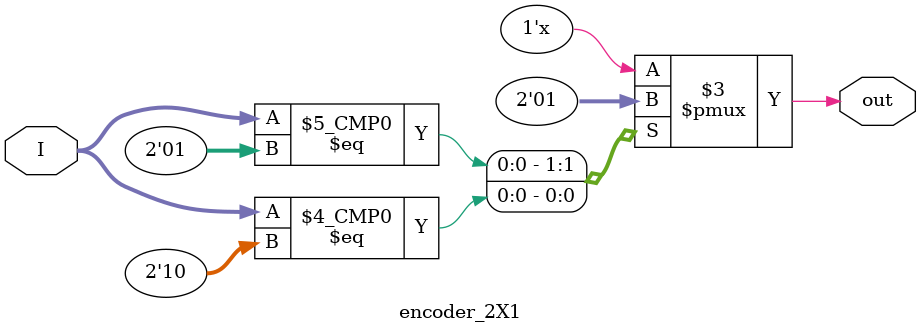
<source format=v>
`timescale 1ns / 1ps


module encoder_2X1(
    input [1:0] I,
    output reg out
);
    always @(*) begin
        case (I)
            2'b01: out = 1'b0;  // If I[0] is 1, output 0
            2'b10: out = 1'b1;  // If I[1] is 1, output 1
            default: out = 1'bx; // Undefined case (00 or 11)
        endcase
    end
endmodule



//module encoder_2X1(
//    input [1:0] I,  // 2-bit input
//    output reg out  // 1-bit output
//);
//    always @(*) begin
//        if (I==2'b10) 
//            out = 1'b1;  // If I[1] is 1, output 1
//        else if (I==2'b01) 
//            out = 1'b0;  // If I[1] is 0 but I[0] is 1, output 0
//        else 
//            out = 1'bx;  // Undefined case (00 input)
//    end
//endmodule

</source>
